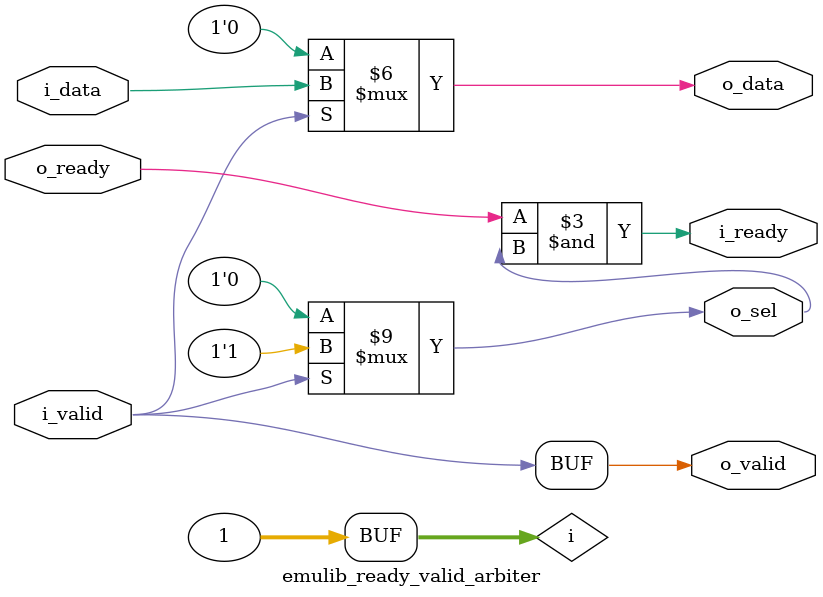
<source format=v>
`timescale 1ns / 1ps

module emulib_ready_valid_arbiter #(
    parameter   NUM_I       = 1,
    parameter   DATA_WIDTH  = 1
)(
    input  wire [NUM_I-1:0]             i_valid,
    output wire [NUM_I-1:0]             i_ready,
    input  wire [DATA_WIDTH*NUM_I-1:0]  i_data,

    output wire                         o_valid,
    input  wire                         o_ready,
    output reg  [DATA_WIDTH-1:0]        o_data,
    output reg  [NUM_I-1:0]             o_sel
);

    integer i;

    always @* begin
        o_sel = {NUM_I{1'b0}};
        o_data = {DATA_WIDTH{1'b0}};
        for (i = 0; i < NUM_I; i = i + 1) begin
            if (i_valid[i]) begin
                o_sel = {{(NUM_I-1){1'b0}}, 1'b1} << i;
                o_data = i_data[i * DATA_WIDTH +: DATA_WIDTH];
            end
        end
    end

    assign i_ready = {NUM_I{o_ready}} & o_sel;
    assign o_valid = |i_valid;

endmodule

</source>
